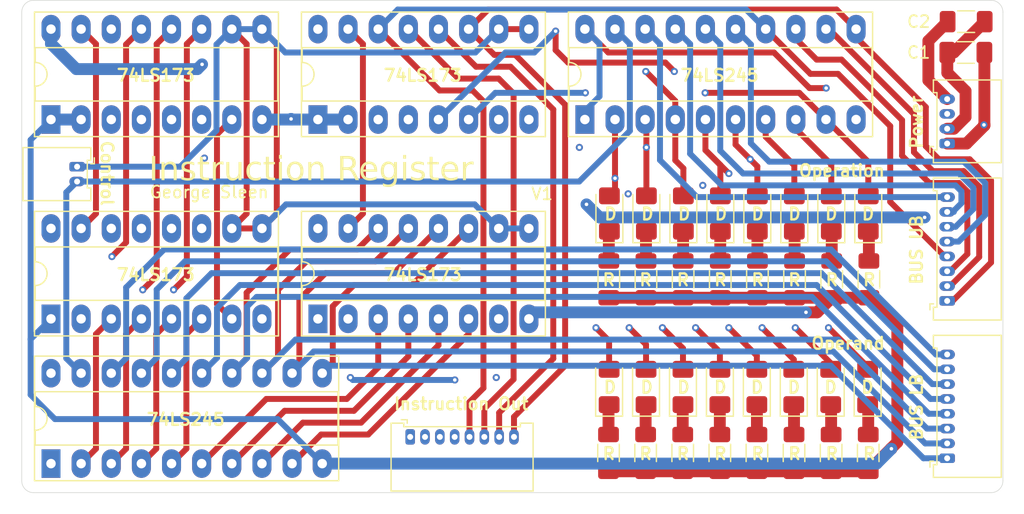
<source format=kicad_pcb>
(kicad_pcb (version 20240108) (generator "pcbnew") (generator_version "8.0")
  (layers (0 "F.Cu" signal) (1 "In1.Cu" signal) (2 "In2.Cu" signal) (31 "B.Cu" signal) (34 "B.Paste" user) (35 "F.Paste" user) (36 "B.SilkS" user "B.Silkscreen") (37 "F.SilkS" user "F.Silkscreen") (38 "B.Mask" user) (39 "F.Mask" user) (44 "Edge.Cuts" user))
  (net 0 "")
  (net 1 "Net-(D7-K)")
  (net 2 "GNDREF")
  (net 3 "Net-(D1-K)")
  (net 4 "Net-(D5-K)")
  (net 5 "Net-(D4-K)")
  (net 6 "Net-(D3-K)")
  (net 7 "Net-(D6-K)")
  (net 8 "Net-(D2-K)")
  (net 9 "Net-(D16-K)")
  (net 10 "Net-(D15-K)")
  (net 11 "Net-(D14-K)")
  (net 12 "Net-(D13-K)")
  (net 13 "Net-(D12-K)")
  (net 14 "Net-(D11-K)")
  (net 15 "Net-(D10-K)")
  (net 16 "Net-(D9-K)")
  (net 17 "Net-(D8-K)")
  (net 18 "Net-(D12-A)")
  (net 19 "/BUS D")
  (net 20 "/BUS E")
  (net 21 "/BUS F")
  (net 22 "Net-(D14-A)")
  (net 23 "VCC")
  (net 24 "Net-(D9-A)")
  (net 25 "/BUS C")
  (net 26 "Net-(D15-A)")
  (net 27 "/BUS A")
  (net 28 "/BUS 8")
  (net 29 "/~{DO}")
  (net 30 "Net-(D13-A)")
  (net 31 "Net-(D11-A)")
  (net 32 "Net-(D16-A)")
  (net 33 "/BUS 9")
  (net 34 "/BUS B")
  (net 35 "Net-(D10-A)")
  (net 36 "Net-(D2-A)")
  (net 37 "/BUS 5")
  (net 38 "/BUS 2")
  (net 39 "Net-(D6-A)")
  (net 40 "Net-(D3-A)")
  (net 41 "Net-(D7-A)")
  (net 42 "/BUS 1")
  (net 43 "Net-(D1-A)")
  (net 44 "/BUS 6")
  (net 45 "/BUS 3")
  (net 46 "/BUS 4")
  (net 47 "Net-(D8-A)")
  (net 48 "Net-(D5-A)")
  (net 49 "Net-(D4-A)")
  (net 50 "/BUS 7")
  (net 51 "/BUS 0")
  (net 52 "/CLR")
  (net 53 "/~{DI}")
  (net 54 "/CLK")
  (footprint "Connector_Molex:Molex_PicoBlade_53048-0810_1x08_P1.25mm_Horizontal" (layer "F.Cu") (at 105.939091 80.4)
    (property "Reference" "J5" (hide yes))
    (property "Value" "Instruction Out")
  )
  (footprint "Resistor_SMD:R_1206_3216Metric_Pad1.30x1.75mm_HandSolder" (layer "F.Cu") (at 125.783574 81.75 -90)
    (property "Reference" "R2" (hide yes))
    (property "Value" "220")
  )
  (footprint "LED_SMD:LED_1206_3216Metric_Pad1.42x1.75mm_HandSolder" (layer "F.Cu") (at 125.819289 76.19 90)
    (property "Reference" "D2" (hide yes))
    (property "Value" "LED")
  )
  (footprint "Resistor_SMD:R_1206_3216Metric_Pad1.30x1.75mm_HandSolder" (layer "F.Cu") (at 125.81286 67.12 -90)
    (property "Reference" "R10" (hide yes))
    (property "Value" "220")
  )
  (footprint "LED_SMD:LED_1206_3216Metric_Pad1.42x1.75mm_HandSolder" (layer "F.Cu") (at 144.551432 61.57 90)
    (property "Reference" "D16" (hide yes))
    (property "Value" "LED")
  )
  (footprint "LED_SMD:LED_1206_3216Metric_Pad1.42x1.75mm_HandSolder" (layer "F.Cu") (at 125.848574 61.57 90)
    (property "Reference" "D10" (hide yes))
    (property "Value" "LED")
  )
  (footprint "LED_SMD:LED_1206_3216Metric_Pad1.42x1.75mm_HandSolder" (layer "F.Cu") (at 135.2 61.57 90)
    (property "Reference" "D13" (hide yes))
    (property "Value" "LED")
  )
  (footprint "LED_SMD:LED_1206_3216Metric_Pad1.42x1.75mm_HandSolder" (layer "F.Cu") (at 144.496432 76.19 90)
    (property "Reference" "D8" (hide yes))
    (property "Value" "LED")
  )
  (footprint "Package_DIP:DIP-16_W7.62mm_Socket_LongPads" (layer "F.Cu") (at 75.665 70.45 90)
    (property "Reference" "U1" (hide yes))
    (property "Value" "74LS173")
  )
  (footprint "LED_SMD:LED_1206_3216Metric_Pad1.42x1.75mm_HandSolder" (layer "F.Cu") (at 128.965716 61.57 90)
    (property "Reference" "D11" (hide yes))
    (property "Value" "LED")
  )
  (footprint "Resistor_SMD:R_1206_3216Metric_Pad1.30x1.75mm_HandSolder" (layer "F.Cu") (at 138.338572 67.12 -90)
    (property "Reference" "R14" (hide yes))
    (property "Value" "220")
  )
  (footprint "Resistor_SMD:R_1206_3216Metric_Pad1.30x1.75mm_HandSolder" (layer "F.Cu") (at 132.075716 67.12 -90)
    (property "Reference" "R12" (hide yes))
    (property "Value" "220")
  )
  (footprint "LED_SMD:LED_1206_3216Metric_Pad1.42x1.75mm_HandSolder" (layer "F.Cu") (at 138.317142 61.57 90)
    (property "Reference" "D14" (hide yes))
    (property "Value" "LED")
  )
  (footprint "LED_SMD:LED_1206_3216Metric_Pad1.42x1.75mm_HandSolder" (layer "F.Cu") (at 122.706432 76.19 90)
    (property "Reference" "D1" (hide yes))
    (property "Value" "LED")
  )
  (footprint "Connector_Molex:Molex_PicoBlade_53048-0810_1x08_P1.25mm_Horizontal" (layer "F.Cu") (at 151.2 68.9375 90)
    (property "Reference" "J4" (hide yes))
    (property "Value" "BUS UB")
  )
  (footprint "Connector_Molex:Molex_PicoBlade_53048-0810_1x08_P1.25mm_Horizontal" (layer "F.Cu") (at 151.2 82.2 90)
    (property "Reference" "J3" (hide yes))
    (property "Value" "BUS LB")
  )
  (footprint "Resistor_SMD:R_1206_3216Metric_Pad1.30x1.75mm_HandSolder" (layer "F.Cu") (at 141.47 67.12 -90)
    (property "Reference" "R15" (hide yes))
    (property "Value" "220")
  )
  (footprint "Connector_Molex:Molex_PicoBlade_53048-0410_1x04_P1.25mm_Horizontal" (layer "F.Cu") (at 151.2 55.675 90)
    (property "Reference" "J1" (hide yes))
    (property "Value" "Power")
  )
  (footprint "Package_DIP:DIP-20_W7.62mm_Socket_LongPads" (layer "F.Cu") (at 120.665 53.65 90)
    (property "Reference" "U6" (hide yes))
    (property "Value" "74LS245")
  )
  (footprint "LED_SMD:LED_1206_3216Metric_Pad1.42x1.75mm_HandSolder" (layer "F.Cu") (at 141.383574 76.19 90)
    (property "Reference" "D7" (hide yes))
    (property "Value" "LED")
  )
  (footprint "Resistor_SMD:R_1206_3216Metric_Pad1.30x1.75mm_HandSolder" (layer "F.Cu") (at 135.207144 67.12 -90)
    (property "Reference" "R13" (hide yes))
    (property "Value" "220")
  )
  (footprint "Resistor_SMD:R_1206_3216Metric_Pad1.30x1.75mm_HandSolder" (layer "F.Cu") (at 128.944288 67.12 -90)
    (property "Reference" "R11" (hide yes))
    (property "Value" "220")
  )
  (footprint "Resistor_SMD:R_1206_3216Metric_Pad1.30x1.75mm_HandSolder" (layer "F.Cu") (at 144.601432 67.12 -90)
    (property "Reference" "R16" (hide yes))
    (property "Value" "220")
  )
  (footprint "Resistor_SMD:R_1206_3216Metric_Pad1.30x1.75mm_HandSolder" (layer "F.Cu") (at 144.546432 81.75 -90)
    (property "Reference" "R8" (hide yes))
    (property "Value" "220")
  )
  (footprint "Package_DIP:DIP-20_W7.62mm_Socket_LongPads" (layer "F.Cu") (at 75.665 82.65 90)
    (property "Reference" "U2" (hide yes))
    (property "Value" "74LS245")
  )
  (footprint "LED_SMD:LED_1206_3216Metric_Pad1.42x1.75mm_HandSolder" (layer "F.Cu") (at 122.731432 61.57 90)
    (property "Reference" "D9" (hide yes))
    (property "Value" "LED")
  )
  (footprint "LED_SMD:LED_1206_3216Metric_Pad1.42x1.75mm_HandSolder" (layer "F.Cu") (at 132.045003 76.19 90)
    (property "Reference" "D4" (hide yes))
    (property "Value" "LED")
  )
  (footprint "Resistor_SMD:R_1206_3216Metric_Pad1.30x1.75mm_HandSolder" (layer "F.Cu") (at 128.910716 81.75 -90)
    (property "Reference" "R3" (hide yes))
    (property "Value" "220")
  )
  (footprint "LED_SMD:LED_1206_3216Metric_Pad1.42x1.75mm_HandSolder" (layer "F.Cu") (at 141.434284 61.57 90)
    (property "Reference" "D15" (hide yes))
    (property "Value" "LED")
  )
  (footprint "Resistor_SMD:R_1206_3216Metric_Pad1.30x1.75mm_HandSolder" (layer "F.Cu") (at 122.681432 67.12 -90)
    (property "Reference" "R9" (hide yes))
    (property "Value" "220")
  )
  (footprint "Resistor_SMD:R_1206_3216Metric_Pad1.30x1.75mm_HandSolder" (layer "F.Cu") (at 122.656432 81.75 -90)
    (property "Reference" "R1" (hide yes))
    (property "Value" "220")
  )
  (footprint "Package_DIP:DIP-16_W7.62mm_Socket_LongPads" (layer "F.Cu") (at 98.165 70.45 90)
    (property "Reference" "U3" (hide yes))
    (property "Value" "74LS173")
  )
  (footprint "Resistor_SMD:R_1206_3216Metric_Pad1.30x1.75mm_HandSolder" (layer "F.Cu") (at 138.292142 81.75 -90)
    (property "Reference" "R6" (hide yes))
    (property "Value" "220")
  )
  (footprint "Resistor_SMD:R_1206_3216Metric_Pad1.30x1.75mm_HandSolder" (layer "F.Cu") (at 141.419284 81.75 -90)
    (property "Reference" "R7" (hide yes))
    (property "Value" "220")
  )
  (footprint "LED_SMD:LED_1206_3216Metric_Pad1.42x1.75mm_HandSolder" (layer "F.Cu") (at 132.082858 61.57 90)
    (property "Reference" "D12" (hide yes))
    (property "Value" "LED")
  )
  (footprint "Resistor_SMD:R_1206_3216Metric_Pad1.30x1.75mm_HandSolder" (layer "F.Cu") (at 135.165 81.75 -90)
    (property "Reference" "R5" (hide yes))
    (property "Value" "220")
  )
  (footprint "LED_SMD:LED_1206_3216Metric_Pad1.42x1.75mm_HandSolder" (layer "F.Cu") (at 138.270717 76.19 90)
    (property "Reference" "D6" (hide yes))
    (property "Value" "LED")
  )
  (footprint "Capacitor_SMD:C_1206_3216Metric_Pad1.33x1.80mm_HandSolder" (layer "F.Cu") (at 152.8 45.4)
    (property "Reference" "C2")
    (property "Value" "0.1 uF")
  )
  (footprint "LED_SMD:LED_1206_3216Metric_Pad1.42x1.75mm_HandSolder" (layer "F.Cu") (at 128.932146 76.19 90)
    (property "Reference" "D3" (hide yes))
    (property "Value" "LED")
  )
  (footprint "LED_SMD:LED_1206_3216Metric_Pad1.42x1.75mm_HandSolder" (layer "F.Cu") (at 135.15786 76.19 90)
    (property "Reference" "D5" (hide yes))
    (property "Value" "LED")
  )
  (footprint "Resistor_SMD:R_1206_3216Metric_Pad1.30x1.75mm_HandSolder" (layer "F.Cu") (at 132.037858 81.75 -90)
    (property "Reference" "R4" (hide yes))
    (property "Value" "220")
  )
  (footprint "Connector_Molex:Molex_PicoBlade_53048-0210_1x02_P1.25mm_Horizontal" (layer "F.Cu") (at 77.865 57.625 -90)
    (property "Reference" "J2" (hide yes))
    (property "Value" "Control")
  )
  (footprint "Package_DIP:DIP-16_W7.62mm_Socket_LongPads" (layer "F.Cu") (at 75.665 53.65 90)
    (property "Reference" "U4" (hide yes))
    (property "Value" "74LS173")
  )
  (footprint "Package_DIP:DIP-16_W7.62mm_Socket_LongPads" (layer "F.Cu") (at 98.165 53.65 90)
    (property "Reference" "U5" (hide yes))
    (property "Value" "74LS173")
  )
  (footprint "Capacitor_SMD:C_1206_3216Metric_Pad1.33x1.80mm_HandSolder" (layer "F.Cu") (at 152.775 48 180)
    (property "Reference" "C1")
    (property "Value" "0.1 uF")
  )
  (gr_line (start 155.9 44.6) (end 155.9 84.1) (stroke (width 0.05)) (layer "Edge.Cuts"))
  (gr_line (start 74.2 43.6) (end 154.9 43.6) (stroke (width 0.05)) (layer "Edge.Cuts"))
  (gr_arc (start 155.9 84.1) (mid 155.607107 84.807107) (end 154.9 85.1) (stroke (width 0.05)) (layer "Edge.Cuts"))
  (gr_line (start 154.9 85.1) (end 74.2 85.1) (stroke (width 0.05)) (layer "Edge.Cuts"))
  (gr_line (start 73.2 84.1) (end 73.2 44.6) (stroke (width 0.05)) (layer "Edge.Cuts"))
  (gr_arc (start 74.2 85.1) (mid 73.492893 84.807107) (end 73.2 84.1) (stroke (width 0.05)) (layer "Edge.Cuts"))
  (gr_arc (start 73.2 44.6) (mid 73.492893 43.892893) (end 74.2 43.6) (stroke (width 0.05)) (layer "Edge.Cuts"))
  (gr_arc (start 154.9 43.6) (mid 155.607107 43.892893) (end 155.9 44.6) (stroke (width 0.05)) (layer "Edge.Cuts"))
  (gr_text "D" (at 128.35 76.8 0) (layer "F.SilkS") (effects (font (size 1 1) (thickness 0.2) (bold yes)) (justify left bottom)))
  (gr_text "R" (at 128.3 67.75 0) (layer "F.SilkS") (effects (font (size 1 1) (thickness 0.2) (bold yes)) (justify left bottom)))
  (gr_text "R" (at 131.45 82.4 0) (layer "F.SilkS") (effects (font (size 1 1) (thickness 0.2) (bold yes)) (justify left bottom)))
  (gr_text "R" (at 137.7 82.4 0) (layer "F.SilkS") (effects (font (size 1 1) (thickness 0.2) (bold yes)) (justify left bottom)))
  (gr_text "D" (at 128.4 62.2 0) (layer "F.SilkS") (effects (font (size 1 1) (thickness 0.2) (bold yes)) (justify left bottom)))
  (gr_text "V1" (at 118.064689 60.5 0) (layer "F.SilkS") (effects (font (size 1 1)) (justify right bottom)))
  (gr_text "D" (at 122.2 62.2 0) (layer "F.SilkS") (effects (font (size 1 1) (thickness 0.2) (bold yes)) (justify left bottom)))
  (gr_text "D" (at 134.6 62.2 0) (layer "F.SilkS") (effects (font (size 1 1) (thickness 0.2) (bold yes)) (justify left bottom)))
  (gr_text "BUS LB" (at 149.2 80.8 90) (layer "F.SilkS") (effects (font (size 1 1) (thickness 0.2) (bold yes)) (justify left bottom)))
  (gr_text "R" (at 125.15 67.75 0) (layer "F.SilkS") (effects (font (size 1 1) (thickness 0.2) (bold yes)) (justify left bottom)))
  (gr_text "D" (at 137.7 62.2 0) (layer "F.SilkS") (effects (font (size 1 1) (thickness 0.2) (bold yes)) (justify left bottom)))
  (gr_text "R" (at 134.6 82.4 0) (layer "F.SilkS") (effects (font (size 1 1) (thickness 0.2) (bold yes)) (justify left bottom)))
  (gr_text "R" (at 122.05 67.75 0) (layer "F.SilkS") (effects (font (size 1 1) (thickness 0.2) (bold yes)) (justify left bottom)))
  (gr_text "74LS173" (at 103.603095 50.514 0) (layer "F.SilkS") (effects (font (size 1 1) (thickness 0.2) (bold yes)) (justify left bottom)))
  (gr_text "Control" (at 79.8 55.335714 270) (layer "F.SilkS") (effects (font (size 1 1) (thickness 0.2) (bold yes)) (justify left bottom)))
  (gr_text "74LS173" (at 81.103095 67.314 0) (layer "F.SilkS") (effects (font (size 1 1) (thickness 0.2) (bold yes)) (justify left bottom)))
  (gr_text "R" (at 140.85 67.75 0) (layer "F.SilkS") (effects (font (size 1 1) (thickness 0.2) (bold yes)) (justify left bottom)))
  (gr_text "74LS245" (at 83.628095 79.514 0) (layer "F.SilkS") (effects (font (size 1 1) (thickness 0.2) (bold yes)) (justify left bottom)))
  (gr_text "R" (at 144 82.4 0) (layer "F.SilkS") (effects (font (size 1 1) (thickness 0.2) (bold yes)) (justify left bottom)))
  (gr_text "D" (at 131.45 76.8 0) (layer "F.SilkS") (effects (font (size 1 1) (thickness 0.2) (bold yes)) (justify left bottom)))
  (gr_text "George Sleen" (at 83.9 60.35 0) (layer "F.SilkS") (effects (font (size 1 1)) (justify left bottom)))
  (gr_text "D" (at 125.3 62.2 0) (layer "F.SilkS") (effects (font (size 1 1) (thickness 0.2) (bold yes)) (justify left bottom)))
  (gr_text "74LS173" (at 81.103095 50.514 0) (layer "F.SilkS") (effects (font (size 1 1) (thickness 0.2) (bold yes)) (justify left bottom)))
  (gr_text "R" (at 128.3 82.4 0) (layer "F.SilkS") (effects (font (size 1 1) (thickness 0.2) (bold yes)) (justify left bottom)))
  (gr_text "Instruction Register" (at 83.9 59.1 0) (layer "F.SilkS") (effects (font (size 2 2)) (justify left bottom)))
  (gr_text "Operation" (at 138.6 58.55 0) (layer "F.SilkS") (effects (font (size 1 1) (thickness 0.2) (bold yes)) (justify left bottom)))
  (gr_text "D" (at 122.15 76.8 0) (layer "F.SilkS") (effects (font (size 1 1) (thickness 0.2) (bold yes)) (justify left bottom)))
  (gr_text "D" (at 140.75 76.8 0) (layer "F.SilkS") (effects (font (size 1 1) (thickness 0.2) (bold yes)) (justify left bottom)))
  (gr_text "D" (at 137.65 76.8 0) (layer "F.SilkS") (effects (font (size 1 1) (thickness 0.2) (bold yes)) (justify left bottom)))
  (gr_text "D" (at 134.55 76.8 0) (layer "F.SilkS") (effects (font (size 1 1) (thickness 0.2) (bold yes)) (justify left bottom)))
  (gr_text "R" (at 125.15 82.4 0) (layer "F.SilkS") (effects (font (size 1 1) (thickness 0.2) (bold yes)) (justify left bottom)))
  (gr_text "Power" (at 149.2 56.214286 90) (layer "F.SilkS") (effects (font (size 1 1) (thickness 0.2) (bold yes)) (justify left bottom)))
  (gr_text "74LS245" (at 128.628095 50.514 0) (layer "F.SilkS") (effects (font (size 1 1) (thickness 0.2) (bold yes)) (justify left bottom)))
  (gr_text "D" (at 143.85 76.8 0) (layer "F.SilkS") (effects (font (size 1 1) (thickness 0.2) (bold yes)) (justify left bottom)))
  (gr_text "Instruction Out" (at 104.471233 78.2 0) (layer "F.SilkS") (effects (font (size 1 1) (thickness 0.2) (bold yes)) (justify left bottom)))
  (gr_text "R" (at 140.85 82.4 0) (layer "F.SilkS") (effects (font (size 1 1) (thickness 0.2) (bold yes)) (justify left bottom)))
  (gr_text "BUS UB" (at 149.2 67.667262 90) (layer "F.SilkS") (effects (font (size 1 1) (thickness 0.2) (bold yes)) (justify left bottom)))
  (gr_text "R" (at 131.45 67.75 0) (layer "F.SilkS") (effects (font (size 1 1) (thickness 0.2) (bold yes)) (justify left bottom)))
  (gr_text "Operand" (at 139.65 73.1 0) (layer "F.SilkS") (effects (font (size 1 1) (thickness 0.2) (bold yes)) (justify left bottom)))
  (gr_text "D" (at 143.9 62.2 0) (layer "F.SilkS") (effects (font (size 1 1) (thickness 0.2) (bold yes)) (justify left bottom)))
  (gr_text "R" (at 144 67.75 0) (layer "F.SilkS") (effects (font (size 1 1) (thickness 0.2) (bold yes)) (justify left bottom)))
  (gr_text "D" (at 131.5 62.2 0) (layer "F.SilkS") (effects (font (size 1 1) (thickness 0.2) (bold yes)) (justify left bottom)))
  (gr_text "R" (at 137.7 67.75 0) (layer "F.SilkS") (effects (font (size 1 1) (thickness 0.2) (bold yes)) (justify left bottom)))
  (gr_text "R" (at 122.05 82.4 0) (layer "F.SilkS") (effects (font (size 1 1) (thickness 0.2) (bold yes)) (justify left bottom)))
  (gr_text "R" (at 134.6 67.75 0) (layer "F.SilkS") (effects (font (size 1 1) (thickness 0.2) (bold yes)) (justify left bottom)))
  (gr_text "D" (at 140.8 62.2 0) (layer "F.SilkS") (effects (font (size 1 1) (thickness 0.2) (bold yes)) (justify left bottom)))
  (gr_text "D" (at 125.25 76.8 0) (layer "F.SilkS") (effects (font (size 1 1) (thickness 0.2) (bold yes)) (justify left bottom)))
  (gr_text "74LS173" (at 103.603095 67.314 0) (layer "F.SilkS") (effects (font (size 1 1) (thickness 0.2) (bold yes)) (justify left bottom)))
  (segment (start 141.419284 77.71321) (end 141.383574 77.6775) (width 1) (layer "F.Cu") (net 1))
  (segment (start 141.419284 80.2) (end 141.419284 77.71321) (width 1) (layer "F.Cu") (net 1))
  (segment (start 146.5 81.4) (end 146.5 81.346432) (width 1) (layer "F.Cu") (net 2))
  (segment (start 132.075716 68.67) (end 128.944288 68.67) (width 1) (layer "F.Cu") (net 2))
  (segment (start 132.037858 83.3) (end 135.165 83.3) (width 1) (layer "F.Cu") (net 2))
  (segment (start 141.419284 83.3) (end 144.546432 83.3) (width 1) (layer "F.Cu") (net 2))
  (segment (start 139.3 69.9) (end 140.24 69.9) (width 1) (layer "F.Cu") (net 2))
  (segment (start 147 80.846432) (end 147 71.068568) (width 1) (layer "F.Cu") (net 2))
  (segment (start 135.207144 68.67) (end 132.075716 68.67) (width 1) (layer "F.Cu") (net 2))
  (segment (start 151.2125 49.7125) (end 152.75 51.25) (width 1) (layer "F.Cu") (net 2))
  (segment (start 151.7625 48) (end 154.3625 45.4) (width 1) (layer "F.Cu") (net 2))
  (segment (start 147 71.068568) (end 144.601432 68.67) (width 1) (layer "F.Cu") (net 2))
  (segment (start 146.5 81.346432) (end 147 80.846432) (width 1) (layer "F.Cu") (net 2))
  (segment (start 138.338572 68.67) (end 135.207144 68.67) (width 1) (layer "F.Cu") (net 2))
  (segment (start 135.165 83.3) (end 138.292142 83.3) (width 1) (layer "F.Cu") (net 2))
  (segment (start 151.2125 48) (end 151.7625 48) (width 1) (layer "F.Cu") (net 2))
  (segment (start 144.546432 83.3) (end 146.446432 81.4) (width 1) (layer "F.Cu") (net 2))
  (segment (start 151.755635 54.425) (end 151.2 54.425) (width 1) (layer "F.Cu") (net 2))
  (segment (start 128.910716 83.3) (end 132.037858 83.3) (width 1) (layer "F.Cu") (net 2))
  (segment (start 146.446432 81.4) (end 146.5 81.4) (width 1) (layer "F.Cu") (net 2))
  (segment (start 144.601432 68.67) (end 141.47 68.67) (width 1) (layer "F.Cu") (net 2))
  (segment (start 122.656432 83.3) (end 125.783574 83.3) (width 1) (layer "F.Cu") (net 2))
  (segment (start 140.24 69.9) (end 141.47 68.67) (width 1) (layer "F.Cu") (net 2))
  (segment (start 128.944288 68.67) (end 125.81286 68.67) (width 1) (layer "F.Cu") (net 2))
  (segment (start 138.338572 68.67) (end 141.47 68.67) (width 1) (layer "F.Cu") (net 2))
  (segment (start 125.783574 83.3) (end 128.910716 83.3) (width 1) (layer "F.Cu") (net 2))
  (segment (start 151.2125 49.7125) (end 151.2125 48) (width 1) (layer "F.Cu") (net 2))
  (segment (start 138.292142 83.3) (end 141.419284 83.3) (width 1) (layer "F.Cu") (net 2))
  (segment (start 122.681432 68.67) (end 125.81286 68.67) (width 1) (layer "F.Cu") (net 2))
  (segment (start 152.75 51.25) (end 152.75 53.430635) (width 1) (layer "F.Cu") (net 2))
  (segment (start 152.75 53.430635) (end 151.755635 54.425) (width 1) (layer "F.Cu") (net 2))
  (via (at 95.9 53.6) (size 0.6) (drill 0.3) (layers "F.Cu" "B.Cu") (net 2))
  (via (at 139.3 69.9) (size 0.6) (drill 0.3) (layers "F.Cu" "B.Cu") (net 2))
  (via (at 146.5 81.4) (size 0.6) (drill 0.3) (layers "F.Cu" "B.Cu") (net 2))
  (segment (start 116.495 69.9) (end 139.3 69.9) (width 1) (layer "B.Cu") (net 2))
  (segment (start 145.25 82.65) (end 98.525 82.65) (width 1) (layer "B.Cu") (net 2))
  (segment (start 115.945 70.45) (end 116.495 69.9) (width 1) (layer "B.Cu") (net 2))
  (segment (start 76 78.9) (end 94.775 78.9) (width 0.5) (layer "B.Cu") (net 2))
  (segment (start 75.665 70.45) (end 73.95 72.165) (width 0.5) (layer "B.Cu") (net 2))
  (segment (start 78.205 53.65) (end 75.665 53.65) (width 1) (layer "B.Cu") (net 2))
  (segment (start 95.9 53.6) (end 95.95 53.65) (width 1) (layer "B.Cu") (net 2))
  (segment (start 146.5 81.4) (end 145.25 82.65) (width 1) (layer "B.Cu") (net 2))
  (segment (start 95.85 53.65) (end 95.9 53.6) (width 1) (layer "B.Cu") (net 2))
  (segment (start 94.775 78.9) (end 98.525 82.65) (width 0.5) (layer "B.Cu") (net 2))
  (segment (start 93.445 53.65) (end 95.85 53.65) (width 1) (layer "B.Cu") (net 2))
  (segment (start 100.705 53.65) (end 98.165 53.65) (width 1) (layer "B.Cu") (net 2))
  (segment (start 73.95 55.365) (end 75.665 53.65) (width 0.5) (layer "B.Cu") (net 2))
  (segment (start 73.95 76.85) (end 76 78.9) (width 0.5) (layer "B.Cu") (net 2))
  (segment (start 73.95 72.165) (end 73.95 55.365) (width 0.5) (layer "B.Cu") (net 2))
  (segment (start 95.95 53.65) (end 98.165 53.65) (width 1) (layer "B.Cu") (net 2))
  (segment (start 73.95 72.165) (end 73.95 76.85) (width 0.5) (layer "B.Cu") (net 2))
  (segment (start 122.656432 77.7275) (end 122.706432 77.6775) (width 1) (layer "F.Cu") (net 3))
  (segment (start 122.656432 80.2) (end 122.656432 77.7275) (width 1) (layer "F.Cu") (net 3))
  (segment (start 135.165 77.68464) (end 135.15786 77.6775) (width 1) (layer "F.Cu") (net 4))
  (segment (start 135.165 80.2) (end 135.165 77.68464) (width 1) (layer "F.Cu") (net 4))
  (segment (start 132.037858 80.2) (end 132.037858 77.684645) (width 1) (layer "F.Cu") (net 5))
  (segment (start 132.037858 77.684645) (end 132.045003 77.6775) (width 1) (layer "F.Cu") (net 5))
  (segment (start 128.910716 77.69893) (end 128.932146 77.6775) (width 1) (layer "F.Cu") (net 6))
  (segment (start 128.910716 80.2) (end 128.910716 77.69893) (width 1) (layer "F.Cu") (net 6))
  (segment (start 138.292142 80.2) (end 138.292142 77.698925) (width 1) (layer "F.Cu") (net 7))
  (segment (start 138.292142 77.698925) (end 138.270717 77.6775) (width 1) (layer "F.Cu") (net 7))
  (segment (start 125.783574 77.713215) (end 125.819289 77.6775) (width 1) (layer "F.Cu") (net 8))
  (segment (start 125.783574 80.2) (end 125.783574 77.713215) (width 1) (layer "F.Cu") (net 8))
  (segment (start 144.601432 63.1075) (end 144.551432 63.0575) (width 1) (layer "F.Cu") (net 9))
  (segment (start 144.601432 65.57) (end 144.601432 63.1075) (width 1) (layer "F.Cu") (net 9))
  (segment (start 141.47 63.093216) (end 141.434284 63.0575) (width 1) (layer "F.Cu") (net 10))
  (segment (start 141.47 65.57) (end 141.47 63.093216) (width 1) (layer "F.Cu") (net 10))
  (segment (start 138.338572 63.07893) (end 138.317142 63.0575) (width 1) (layer "F.Cu") (net 11))
  (segment (start 138.338572 65.57) (end 138.338572 63.07893) (width 1) (layer "F.Cu") (net 11))
  (segment (start 135.207144 65.57) (end 135.207144 63.064644) (width 1) (layer "F.Cu") (net 12))
  (segment (start 135.207144 63.064644) (end 135.2 63.0575) (width 1) (layer "F.Cu") (net 12))
  (segment (start 132.075716 65.57) (end 132.075716 63.064642) (width 1) (layer "F.Cu") (net 13))
  (segment (start 132.075716 63.064642) (end 132.082858 63.0575) (width 1) (layer "F.Cu") (net 13))
  (segment (start 128.944288 65.57) (end 128.944288 63.078928) (width 1) (layer "F.Cu") (net 14))
  (segment (start 128.944288 63.078928) (end 128.965716 63.0575) (width 1) (layer "F.Cu") (net 14))
  (segment (start 125.81286 65.57) (end 125.81286 63.093214) (width 1) (layer "F.Cu") (net 15))
  (segment (start 125.81286 63.093214) (end 125.848574 63.0575) (width 1) (layer "F.Cu") (net 15))
  (segment (start 122.681432 63.1075) (end 122.731432 63.0575) (width 1) (layer "F.Cu") (net 16))
  (segment (start 122.681432 65.57) (end 122.681432 63.1075) (width 1) (layer "F.Cu") (net 16))
  (segment (start 144.546432 77.7275) (end 144.496432 77.6775) (width 1) (layer "F.Cu") (net 17))
  (segment (start 144.546432 80.2) (end 144.546432 77.7275) (width 1) (layer "F.Cu") (net 17))
  (segment (start 132.082858 57.482858) (end 130.825 56.225) (width 0.5) (layer "F.Cu") (net 18))
  (segment (start 130.825 56.225) (end 130.825 53.65) (width 0.5) (layer "F.Cu") (net 18))
  (segment (start 132.8 58.2) (end 130.825 56.225) (width 0.5) (layer "F.Cu") (net 18))
  (segment (start 132.082858 60.0825) (end 132.082858 57.482858) (width 0.5) (layer "F.Cu") (net 18))
  (via (at 132.8 58.2) (size 0.6) (drill 0.3) (layers "F.Cu" "B.Cu") (net 18))
  (segment (start 84.575 47.28) (end 84.575 66.825) (width 0.5) (layer "F.Cu") (net 19))
  (segment (start 84.575 66.825) (end 83.4 68) (width 0.5) (layer "F.Cu") (net 19))
  (segment (start 85.825 46.03) (end 84.575 47.28) (width 0.5) (layer "F.Cu") (net 19))
  (via (at 113.194545 75.394545) (size 0.6) (drill 0.3) (layers "F.Cu" "B.Cu") (net 19))
  (via (at 83.4 68) (size 0.6) (drill 0.3) (layers "F.Cu" "B.Cu") (net 19))
  (segment (start 132.075 47.28) (end 132.075 56.275) (width 0.5) (layer "B.Cu") (net 19))
  (segment (start 153.4 61.2) (end 151.9125 62.6875) (width 0.5) (layer "B.Cu") (net 19))
  (segment (start 152.2 58.2) (end 153.4 59.4) (width 0.5) (layer "B.Cu") (net 19))
  (segment (start 151.9125 62.6875) (end 151.2 62.6875) (width 0.5) (layer "B.Cu") (net 19))
  (segment (start 153.4 59.4) (end 153.4 61.2) (width 0.5) (layer "B.Cu") (net 19))
  (segment (start 132.075 56.275) (end 134 58.2) (width 0.5) (layer "B.Cu") (net 19))
  (segment (start 134 58.2) (end 152.2 58.2) (width 0.5) (layer "B.Cu") (net 19))
  (segment (start 130.825 46.03) (end 132.075 47.28) (width 0.5) (layer "B.Cu") (net 19))
  (segment (start 81.995 64.005) (end 80.8 65.2) (width 0.5) (layer "F.Cu") (net 20))
  (segment (start 83.285 46.03) (end 81.995 47.32) (width 0.5) (layer "F.Cu") (net 20))
  (segment (start 81.995 47.32) (end 81.995 64.005) (width 0.5) (layer "F.Cu") (net 20))
  (via (at 80.8 65.2) (size 0.6) (drill 0.3) (layers "F.Cu" "B.Cu") (net 20))
  (via (at 124.313616 59.913616) (size 0.6) (drill 0.3) (layers "F.Cu" "B.Cu") (net 20))
  (segment (start 151.6625 61.4375) (end 151.2 61.4375) (width 0.5) (layer "B.Cu") (net 20))
  (segment (start 132.2 59.2) (end 151.9 59.2) (width 0.5) (layer "B.Cu") (net 20))
  (segment (start 129.535 47.28) (end 129.535 56.535) (width 0.5) (layer "B.Cu") (net 20))
  (segment (start 129.535 56.535) (end 132.2 59.2) (width 0.5) (layer "B.Cu") (net 20))
  (segment (start 128.285 46.03) (end 129.535 47.28) (width 0.5) (layer "B.Cu") (net 20))
  (segment (start 151.9 59.2) (end 152.4 59.7) (width 0.5) (layer "B.Cu") (net 20))
  (segment (start 151.2 61.4375) (end 151.7625 61.4375) (width 0.5) (layer "B.Cu") (net 20))
  (segment (start 152.4 60.7) (end 151.6625 61.4375) (width 0.5) (layer "B.Cu") (net 20))
  (segment (start 152.4 59.7) (end 152.4 60.7) (width 0.5) (layer "B.Cu") (net 20))
  (segment (start 151.2 60.1875) (end 130.114733 60.1875) (width 0.5) (layer "B.Cu") (net 21))
  (segment (start 126.995 47.28) (end 125.745 46.03) (width 0.5) (layer "B.Cu") (net 21))
  (segment (start 130.114733 60.1875) (end 126.995 57.067767) (width 0.5) (layer "B.Cu") (net 21))
  (segment (start 126.995 57.067767) (end 126.995 47.28) (width 0.5) (layer "B.Cu") (net 21))
  (segment (start 138.317142 60.0825) (end 138.317142 57.517142) (width 0.5) (layer "F.Cu") (net 22))
  (segment (start 138.317142 57.517142) (end 135.905 55.105) (width 0.5) (layer "F.Cu") (net 22))
  (segment (start 135.905 55.105) (end 135.905 53.65) (width 0.5) (layer "F.Cu") (net 22))
  (segment (start 136.6 48) (end 139.6 51) (width 0.5) (layer "F.Cu") (net 23))
  (segment (start 154.3375 48) (end 154.3375 54.0625) (width 1) (layer "F.Cu") (net 23))
  (segment (start 154.3375 54.1375) (end 154.3 54.1) (width 1) (layer "F.Cu") (net 23))
  (segment (start 152.825 55.675) (end 154.3375 54.1625) (width 1) (layer "F.Cu") (net 23))
  (segment (start 154.3375 54.0625) (end 154.3 54.1) (width 1) (layer "F.Cu") (net 23))
  (segment (start 154.3375 54.1625) (end 154.3375 54.1375) (width 1) (layer "F.Cu") (net 23))
  (segment (start 122.635 48) (end 136.6 48) (width 0.5) (layer "F.Cu") (net 23))
  (segment (start 120.665 46.03) (end 122.635 48) (width 0.5) (layer "F.Cu") (net 23))
  (segment (start 151.2 55.675) (end 152.825 55.675) (width 1) (layer "F.Cu") (net 23))
  (segment (start 139.6 51) (end 141 51) (width 0.5) (layer "F.Cu") (net 23))
  (via (at 141 51) (size 0.6) (drill 0.3) (layers "F.Cu" "B.Cu") (net 23))
  (via (at 88.4 49) (size 0.6) (drill 0.3) (layers "F.Cu" "B.Cu") (net 23))
  (via (at 154.3 54.1) (size 0.6) (drill 0.3) (layers "F.Cu" "B.Cu") (net 23))
  (via (at 120.2 56) (size 0.6) (drill 0.3) (layers "F.Cu" "B.Cu") (net 23))
  (via (at 120.8 60.8) (size 0.6) (drill 0.3) (layers "F.Cu" "B.Cu") (net 23))
  (via (at 88.6 56.9) (size 0.6) (drill 0.3) (layers "F.Cu" "B.Cu") (net 23))
  (via (at 149.3 61.9) (size 0.6) (drill 0.3) (layers "F.Cu" "B.Cu") (net 23))
  (segment (start 121.9 51.693616) (end 120.665 52.928616) (width 0.5) (layer "B.Cu") (net 23))
  (segment (start 120.665 46.03) (end 121.9 47.265) (width 0.5) (layer "B.Cu") (net 23))
  (segment (start 88 49.4) (end 88.4 49) (width 1) (layer "B.Cu") (net 23))
  (segment (start 121.9 47.265) (end 121.9 51.693616) (width 0.5) (layer "B.Cu") (net 23))
  (segment (start 75.665 47.265) (end 75.665 46.03) (width 1) (layer "B.Cu") (net 23))
  (segment (start 77.8 49.4) (end 88 49.4) (width 1) (layer "B.Cu") (net 23))
  (segment (start 149.3 61.9) (end 121.9 61.9) (width 1) (layer "B.Cu") (net 23))
  (segment (start 120.665 52.928616) (end 120.665 53.65) (width 0.5) (layer "B.Cu") (net 23))
  (segment (start 121.9 61.9) (end 120.8 60.8) (width 1) (layer "B.Cu") (net 23))
  (segment (start 77.8 49.4) (end 75.665 47.265) (width 1) (layer "B.Cu") (net 23))
  (segment (start 123.205 59.608932) (end 122.731432 60.0825) (width 0.5) (layer "F.Cu") (net 24))
  (segment (start 123.205 58.6) (end 123.205 59.608932) (width 0.5) (layer "F.Cu") (net 24))
  (segment (start 123.205 53.65) (end 123.205 58.6) (width 0.5) (layer "F.Cu") (net 24))
  (via (at 123.205 58.6) (size 0.6) (drill 0.3) (layers "F.Cu" "B.Cu") (net 24))
  (segment (start 87.115 66.885) (end 86 68) (width 0.5) (layer "F.Cu") (net 25))
  (segment (start 88.365 46.03) (end 87.115 47.28) (width 0.5) (layer "F.Cu") (net 25))
  (segment (start 87.115 47.28) (end 87.115 66.885) (width 0.5) (layer "F.Cu") (net 25))
  (via (at 86 68) (size 0.6) (drill 0.3) (layers "F.Cu" "B.Cu") (net 25))
  (via (at 130.6 59.2) (size 0.6) (drill 0.3) (layers "F.Cu" "B.Cu") (net 25))
  (segment (start 134.655 47.32) (end 134.655 55.655) (width 0.5) (layer "B.Cu") (net 25))
  (segment (start 154.4 59) (end 154.4 61.7) (width 0.5) (layer "B.Cu") (net 25))
  (segment (start 152.6 57.2) (end 154.4 59) (width 0.5) (layer "B.Cu") (net 25))
  (segment (start 154.4 61.7) (end 152.1625 63.9375) (width 0.5) (layer "B.Cu") (net 25))
  (segment (start 136.2 57.2) (end 152.6 57.2) (width 0.5) (layer "B.Cu") (net 25))
  (segment (start 134.655 55.655) (end 136.2 57.2) (width 0.5) (layer "B.Cu") (net 25))
  (segment (start 152.1625 63.9375) (end 151.2 63.9375) (width 0.5) (layer "B.Cu") (net 25))
  (segment (start 133.365 46.03) (end 134.655 47.32) (width 0.5) (layer "B.Cu") (net 25))
  (segment (start 138.445 54.445) (end 138.445 53.65) (width 0.5) (layer "F.Cu") (net 26))
  (segment (start 119.25 48.85) (end 118.2 47.8) (width 0.5) (layer "F.Cu") (net 26))
  (segment (start 141.434284 57.434284) (end 138.445 54.445) (width 0.5) (layer "F.Cu") (net 26))
  (segment (start 127.45 48.85) (end 119.25 48.85) (width 0.5) (layer "F.Cu") (net 26))
  (segment (start 141.434284 60.0825) (end 141.434284 57.434284) (width 0.5) (layer "F.Cu") (net 26))
  (segment (start 118.2 47.8) (end 118.2 46.2) (width 0.5) (layer "F.Cu") (net 26))
  (segment (start 128.2 49.6) (end 127.45 48.85) (width 0.5) (layer "F.Cu") (net 26))
  (via (at 118.2 46.2) (size 0.6) (drill 0.3) (layers "F.Cu" "B.Cu") (net 26))
  (via (at 128.2 49.6) (size 0.6) (drill 0.3) (layers "F.Cu" "B.Cu") (net 26))
  (segment (start 113.975 48) (end 108.325 53.65) (width 0.5) (layer "B.Cu") (net 26))
  (segment (start 118.2 46.2) (end 116.4 48) (width 0.5) (layer "B.Cu") (net 26))
  (segment (start 116.4 48) (end 113.975 48) (width 0.5) (layer "B.Cu") (net 26))
  (segment (start 138.445 46.03) (end 138.445 46.845) (width 0.5) (layer "F.Cu") (net 27))
  (segment (start 149.7 59) (end 152.2 59) (width 0.5) (layer "F.Cu") (net 27))
  (segment (start 138.445 46.845) (end 140.2 48.6) (width 0.5) (layer "F.Cu") (net 27))
  (segment (start 152.2 59) (end 152.9 59.7) (width 0.5) (layer "F.Cu") (net 27))
  (segment (start 114.655 75.545) (end 114.655 51.455) (width 0.5) (layer "F.Cu") (net 27))
  (segment (start 114.655 51.455) (end 113.4 50.2) (width 0.5) (layer "F.Cu") (net 27))
  (segment (start 152.9 59.7) (end 152.9 64.9875) (width 0.5) (layer "F.Cu") (net 27))
  (segment (start 140.2 48.6) (end 142.3 48.6) (width 0.5) (layer "F.Cu") (net 27))
  (segment (start 112.189091 80.4) (end 112.189091 78.010909) (width 0.5) (layer "F.Cu") (net 27))
  (segment (start 147.4 53.7) (end 147.4 56.7) (width 0.5) (layer "F.Cu") (net 27))
  (segment (start 151.45 66.4375) (end 151.2 66.4375) (width 0.5) (layer "F.Cu") (net 27))
  (segment (start 105.83 46.03) (end 105.785 46.03) (width 0.5) (layer "F.Cu") (net 27))
  (segment (start 142.3 48.6) (end 147.4 53.7) (width 0.5) (layer "F.Cu") (net 27))
  (segment (start 152.9 64.9875) (end 151.45 66.4375) (width 0.5) (layer "F.Cu") (net 27))
  (segment (start 110 50.2) (end 105.83 46.03) (width 0.5) (layer "F.Cu") (net 27))
  (segment (start 112.189091 78.010909) (end 114.655 75.545) (width 0.5) (layer "F.Cu") (net 27))
  (segment (start 147.4 56.7) (end 149.7 59) (width 0.5) (layer "F.Cu") (net 27))
  (segment (start 113.4 50.2) (end 110 50.2) (width 0.5) (layer "F.Cu") (net 27))
  (segment (start 150.5 57) (end 153.1 57) (width 0.5) (layer "F.Cu") (net 28))
  (segment (start 119 52.4) (end 114.8 48.2) (width 0.5) (layer "F.Cu") (net 28))
  (segment (start 119 74.4) (end 119 52.4) (width 0.5) (layer "F.Cu") (net 28))
  (segment (start 114.689091 80.4) (end 114.689091 78.710909) (width 0.5) (layer "F.Cu") (net 28))
  (segment (start 143.525 46.03) (end 141.875 44.38) (width 0.5) (layer "F.Cu") (net 28))
  (segment (start 113.035 48.2) (end 110.865 46.03) (width 0.5) (layer "F.Cu") (net 28))
  (segment (start 149.4 55.9) (end 150.5 57) (width 0.5) (layer "F.Cu") (net 28))
  (segment (start 153.1 57) (end 154.9 58.8) (width 0.5) (layer "F.Cu") (net 28))
  (segment (start 114.689091 78.710909) (end 119 74.4) (width 0.5) (layer "F.Cu") (net 28))
  (segment (start 143.525 46.725) (end 149.4 52.6) (width 0.5) (layer "F.Cu") (net 28))
  (segment (start 149.4 52.6) (end 149.4 55.9) (width 0.5) (layer "F.Cu") (net 28))
  (segment (start 114.8 48.2) (end 113.035 48.2) (width 0.5) (layer "F.Cu") (net 28))
  (segment (start 143.525 46.03) (end 143.525 46.725) (width 0.5) (layer "F.Cu") (net 28))
  (segment (start 154.9 65.7) (end 151.6625 68.9375) (width 0.5) (layer "F.Cu") (net 28))
  (segment (start 112.515 44.38) (end 110.865 46.03) (width 0.5) (layer "F.Cu") (net 28))
  (segment (start 154.9 58.8) (end 154.9 65.7) (width 0.5) (layer "F.Cu") (net 28))
  (segment (start 141.875 44.38) (end 112.515 44.38) (width 0.5) (layer "F.Cu") (net 28))
  (segment (start 151.6625 68.9375) (end 151.2 68.9375) (width 0.5) (layer "F.Cu") (net 28))
  (segment (start 124.455 47.28) (end 123.205 46.03) (width 0.5) (layer "B.Cu") (net 29))
  (segment (start 77.865 58.875) (end 120.187767 58.875) (width 0.5) (layer "B.Cu") (net 29))
  (segment (start 120.187767 58.875) (end 124.455 54.607767) (width 0.5) (layer "B.Cu") (net 29))
  (segment (start 76.955 73.78) (end 78.205 75.03) (width 0.5) (layer "B.Cu") (net 29))
  (segment (start 124.455 54.607767) (end 124.455 47.28) (width 0.5) (layer "B.Cu") (net 29))
  (segment (start 77.865 58.875) (end 76.955 59.785) (width 0.5) (layer "B.Cu") (net 29))
  (segment (start 76.955 59.785) (end 76.955 73.78) (width 0.5) (layer "B.Cu") (net 29))
  (segment (start 135.2 57.6) (end 135.2 60.0825) (width 0.5) (layer "F.Cu") (net 30))
  (segment (start 134.6 57) (end 133.365 55.765) (width 0.5) (layer "F.Cu") (net 30))
  (segment (start 133.365 55.765) (end 133.365 53.65) (width 0.5) (layer "F.Cu") (net 30))
  (segment (start 134.6 57) (end 135.2 57.6) (width 0.5) (layer "F.Cu") (net 30))
  (via (at 134.6 57) (size 0.6) (drill 0.3) (layers "F.Cu" "B.Cu") (net 30))
  (segment (start 128.285 57.085) (end 128.285 53.65) (width 0.5) (layer "F.Cu") (net 31))
  (segment (start 128.965716 60.0825) (end 128.965716 57.765716) (width 0.5) (layer "F.Cu") (net 31))
  (segment (start 128.285 52.085) (end 128.285 53.65) (width 0.5) (layer "F.Cu") (net 31))
  (segment (start 125.8 49.6) (end 128.285 52.085) (width 0.5) (layer "F.Cu") (net 31))
  (segment (start 128.965716 57.765716) (end 128.285 57.085) (width 0.5) (layer "F.Cu") (net 31))
  (via (at 125.8 49.6) (size 0.6) (drill 0.3) (layers "F.Cu" "B.Cu") (net 31))
  (segment (start 144.551432 57.216432) (end 140.985 53.65) (width 0.5) (layer "F.Cu") (net 32))
  (segment (start 144.551432 60.0825) (end 144.551432 57.216432) (width 0.5) (layer "F.Cu") (net 32))
  (segment (start 138.735 51.4) (end 140.985 53.65) (width 0.5) (layer "F.Cu") (net 32))
  (segment (start 130.8 51.4) (end 138.735 51.4) (width 0.5) (layer "F.Cu") (net 32))
  (via (at 130.8 51.4) (size 0.6) (drill 0.3) (layers "F.Cu" "B.Cu") (net 32))
  (via (at 120.7 51.4) (size 0.6) (drill 0.3) (layers "F.Cu" "B.Cu") (net 32))
  (segment (start 120.7 51.4) (end 113.115 51.4) (width 0.5) (layer "B.Cu") (net 32))
  (segment (start 113.115 51.4) (end 110.865 53.65) (width 0.5) (layer "B.Cu") (net 32))
  (segment (start 148.4 56.4) (end 148.4 53.2) (width 0.5) (layer "F.Cu") (net 33))
  (segment (start 111.495 49.2) (end 108.325 46.03) (width 0.5) (layer "F.Cu") (net 33))
  (segment (start 153.9 59.3) (end 152.6 58) (width 0.5) (layer "F.Cu") (net 33))
  (segment (start 151.45 67.6875) (end 153.9 65.2375) (width 0.5) (layer "F.Cu") (net 33))
  (segment (start 153.9 65.2375) (end 153.9 59.3) (width 0.5) (layer "F.Cu") (net 33))
  (segment (start 150 58) (end 148.4 56.4) (width 0.5) (layer "F.Cu") (net 33))
  (segment (start 151.2 67.6875) (end 151.45 67.6875) (width 0.5) (layer "F.Cu") (net 33))
  (segment (start 114.4 49.2) (end 111.495 49.2) (width 0.5) (layer "F.Cu") (net 33))
  (segment (start 113.439091 78.360909) (end 118 73.8) (width 0.5) (layer "F.Cu") (net 33))
  (segment (start 141.23 46.03) (end 140.985 46.03) (width 0.5) (layer "F.Cu") (net 33))
  (segment (start 113.439091 80.4) (end 113.439091 78.360909) (width 0.5) (layer "F.Cu") (net 33))
  (segment (start 148.4 53.2) (end 141.23 46.03) (width 0.5) (layer "F.Cu") (net 33))
  (segment (start 118 52.8) (end 114.4 49.2) (width 0.5) (layer "F.Cu") (net 33))
  (segment (start 118 73.8) (end 118 52.8) (width 0.5) (layer "F.Cu") (net 33))
  (segment (start 152.6 58) (end 150 58) (width 0.5) (layer "F.Cu") (net 33))
  (segment (start 139.675 49.8) (end 135.905 46.03) (width 0.5) (layer "F.Cu") (net 34))
  (segment (start 110.939091 80.4) (end 110.939091 77.460909) (width 0.5) (layer "F.Cu") (net 34))
  (segment (start 146.4 54.2) (end 142 49.8) (width 0.5) (layer "F.Cu") (net 34))
  (segment (start 146.4 60.589582) (end 146.4 54.2) (width 0.5) (layer "F.Cu") (net 34))
  (segment (start 150.997918 65.1875) (end 146.4 60.589582) (width 0.5) (layer "F.Cu") (net 34))
  (segment (start 110.939091 77.460909) (end 112.115 76.285) (width 0.5) (layer "F.Cu") (net 34))
  (segment (start 151.2 65.1875) (end 150.997918 65.1875) (width 0.5) (layer "F.Cu") (net 34))
  (segment (start 108.415 51.2) (end 103.245 46.03) (width 0.5) (layer "F.Cu") (net 34))
  (segment (start 142 49.8) (end 139.675 49.8) (width 0.5) (layer "F.Cu") (net 34))
  (segment (start 112.115 76.285) (end 112.115 52.115) (width 0.5) (layer "F.Cu") (net 34))
  (segment (start 112.115 52.115) (end 111.2 51.2) (width 0.5) (layer "F.Cu") (net 34))
  (segment (start 111.2 51.2) (end 108.415 51.2) (width 0.5) (layer "F.Cu") (net 34))
  (segment (start 134.255 44.38) (end 104.895 44.38) (width 0.5) (layer "B.Cu") (net 34))
  (segment (start 104.895 44.38) (end 103.245 46.03) (width 0.5) (layer "B.Cu") (net 34))
  (segment (start 135.905 46.03) (end 134.255 44.38) (width 0.5) (layer "B.Cu") (net 34))
  (segment (start 125.848574 53.753574) (end 125.745 53.65) (width 0.5) (layer "F.Cu") (net 35))
  (segment (start 125.848574 56) (end 125.848574 53.753574) (width 0.5) (layer "F.Cu") (net 35))
  (segment (start 125.848574 60.0825) (end 125.848574 56) (width 0.5) (layer "F.Cu") (net 35))
  (via (at 125.848574 56) (size 0.6) (drill 0.3) (layers "F.Cu" "B.Cu") (net 35))
  (segment (start 125.819289 74.7025) (end 125.819289 72.619289) (width 0.5) (layer "F.Cu") (net 36))
  (segment (start 81.995 81.4) (end 81.995 71.74) (width 0.5) (layer "F.Cu") (net 36))
  (segment (start 125.819289 72.619289) (end 124.4 71.2) (width 0.5) (layer "F.Cu") (net 36))
  (segment (start 81.995 71.74) (end 83.285 70.45) (width 0.5) (layer "F.Cu") (net 36))
  (segment (start 80.745 82.65) (end 81.995 81.4) (width 0.5) (layer "F.Cu") (net 36))
  (via (at 124.4 71.2) (size 0.6) (drill 0.3) (layers "F.Cu" "B.Cu") (net 36))
  (segment (start 140.6 66.6) (end 149.95 75.95) (width 0.5) (layer "B.Cu") (net 37))
  (segment (start 87.075 68.725) (end 89.2 66.6) (width 0.5) (layer "B.Cu") (net 37))
  (segment (start 89.2 66.6) (end 140.6 66.6) (width 0.5) (layer "B.Cu") (net 37))
  (segment (start 85.825 75.03) (end 87.075 73.78) (width 0.5) (layer "B.Cu") (net 37))
  (segment (start 149.95 75.95) (end 151.2 75.95) (width 0.5) (layer "B.Cu") (net 37))
  (segment (start 87.075 73.78) (end 87.075 68.725) (width 0.5) (layer "B.Cu") (net 37))
  (segment (start 94.8 73.675) (end 94.8 68) (width 0.5) (layer "F.Cu") (net 38))
  (segment (start 103.015 65.6) (end 105.785 62.83) (width 0.5) (layer "F.Cu") (net 38))
  (segment (start 97.2 65.6) (end 103.015 65.6) (width 0.5) (layer "F.Cu") (net 38))
  (segment (start 94.8 68) (end 97.2 65.6) (width 0.5) (layer "F.Cu") (net 38))
  (segment (start 93.445 75.03) (end 94.8 73.675) (width 0.5) (layer "F.Cu") (net 38))
  (segment (start 151.2 79.7) (end 149.5 79.7) (width 0.5) (layer "B.Cu") (net 38))
  (segment (start 96.275 72.2) (end 93.445 75.03) (width 0.5) (layer "B.Cu") (net 38))
  (segment (start 142 72.2) (end 96.275 72.2) (width 0.5) (layer "B.Cu") (net 38))
  (segment (start 149.5 79.7) (end 142 72.2) (width 0.5) (layer "B.Cu") (net 38))
  (segment (start 101.2 78.2) (end 105.785 73.615) (width 0.5) (layer "F.Cu") (net 39))
  (segment (start 105.785 73.615) (end 105.785 70.45) (width 0.5) (layer "F.Cu") (net 39))
  (segment (start 101.2 78.2) (end 95.355 78.2) (width 0.5) (layer "F.Cu") (net 39))
  (segment (start 138.270717 74.7025) (end 138.270717 73.870717) (width 0.5) (layer "F.Cu") (net 39))
  (segment (start 95.355 78.2) (end 90.905 82.65) (width 0.5) (layer "F.Cu") (net 39))
  (segment (start 138.270717 73.870717) (end 135.6 71.2) (width 0.5) (layer "F.Cu") (net 39))
  (via (at 135.6 71.2) (size 0.6) (drill 0.3) (layers "F.Cu" "B.Cu") (net 39))
  (segment (start 84.535 71.74) (end 85.825 70.45) (width 0.5) (layer "F.Cu") (net 40))
  (segment (start 83.285 82.65) (end 84.535 81.4) (width 0.5) (layer "F.Cu") (net 40))
  (segment (start 84.535 81.4) (end 84.535 71.74) (width 0.5) (layer "F.Cu") (net 40))
  (segment (start 128.932146 74.7025) (end 128.932146 72.932146) (width 0.5) (layer "F.Cu") (net 40))
  (segment (start 128.932146 72.932146) (end 127.2 71.2) (width 0.5) (layer "F.Cu") (net 40))
  (via (at 127.2 71.2) (size 0.6) (drill 0.3) (layers "F.Cu" "B.Cu") (net 40))
  (segment (start 93.445 82.65) (end 96.895 79.2) (width 0.5) (layer "F.Cu") (net 41))
  (segment (start 141.383574 74.7025) (end 141.383574 74.183574) (width 0.5) (layer "F.Cu") (net 41))
  (segment (start 101.8 79.2) (end 108.325 72.675) (width 0.5) (layer "F.Cu") (net 41))
  (segment (start 96.895 79.2) (end 101.8 79.2) (width 0.5) (layer "F.Cu") (net 41))
  (segment (start 108.325 72.675) (end 108.325 70.45) (width 0.5) (layer "F.Cu") (net 41))
  (segment (start 141.383574 74.183574) (end 138.4 71.2) (width 0.5) (layer "F.Cu") (net 41))
  (via (at 138.4 71.2) (size 0.6) (drill 0.3) (layers "F.Cu" "B.Cu") (net 41))
  (segment (start 96.6 74.415) (end 96.6 68.8) (width 0.5) (layer "F.Cu") (net 42))
  (segment (start 95.985 75.03) (end 96.6 74.415) (width 0.5) (layer "F.Cu") (net 42))
  (segment (start 104.555 66.6) (end 108.325 62.83) (width 0.5) (layer "F.Cu") (net 42))
  (segment (start 96.6 68.8) (end 98.8 66.6) (width 0.5) (layer "F.Cu") (net 42))
  (segment (start 98.8 66.6) (end 104.555 66.6) (width 0.5) (layer "F.Cu") (net 42))
  (segment (start 97.815 73.2) (end 141.6 73.2) (width 0.5) (layer "B.Cu") (net 42))
  (segment (start 95.985 75.03) (end 97.815 73.2) (width 0.5) (layer "B.Cu") (net 42))
  (segment (start 149.35 80.95) (end 151.2 80.95) (width 0.5) (layer "B.Cu") (net 42))
  (segment (start 141.6 73.2) (end 149.35 80.95) (width 0.5) (layer "B.Cu") (net 42))
  (segment (start 122.706432 72.306432) (end 121.6 71.2) (width 0.5) (layer "F.Cu") (net 43))
  (segment (start 79.455 71.74) (end 80.745 70.45) (width 0.5) (layer "F.Cu") (net 43))
  (segment (start 79.455 81.4) (end 79.455 71.74) (width 0.5) (layer "F.Cu") (net 43))
  (segment (start 122.706432 74.7025) (end 122.706432 72.306432) (width 0.5) (layer "F.Cu") (net 43))
  (segment (start 78.205 82.65) (end 79.455 81.4) (width 0.5) (layer "F.Cu") (net 43))
  (via (at 121.6 71.2) (size 0.6) (drill 0.3) (layers "F.Cu" "B.Cu") (net 43))
  (segment (start 84.575 73.74) (end 84.575 67.978616) (width 0.5) (layer "B.Cu") (net 44))
  (segment (start 150.1 74.7) (end 151.2 74.7) (width 0.5) (layer "B.Cu") (net 44))
  (segment (start 141 65.6) (end 150.1 74.7) (width 0.5) (layer "B.Cu") (net 44))
  (segment (start 86.953616 65.6) (end 141 65.6) (width 0.5) (layer "B.Cu") (net 44))
  (segment (start 84.575 67.978616) (end 86.953616 65.6) (width 0.5) (layer "B.Cu") (net 44))
  (segment (start 83.285 75.03) (end 84.575 73.74) (width 0.5) (layer "B.Cu") (net 44))
  (segment (start 92.155 68.245) (end 95.8 64.6) (width 0.5) (layer "F.Cu") (net 45))
  (segment (start 101.475 64.6) (end 103.245 62.83) (width 0.5) (layer "F.Cu") (net 45))
  (segment (start 92.155 73.78) (end 92.155 68.245) (width 0.5) (layer "F.Cu") (net 45))
  (segment (start 95.8 64.6) (end 101.475 64.6) (width 0.5) (layer "F.Cu") (net 45))
  (segment (start 90.905 75.03) (end 92.155 73.78) (width 0.5) (layer "F.Cu") (net 45))
  (segment (start 149.65 78.45) (end 139.8 68.6) (width 0.5) (layer "B.Cu") (net 45))
  (segment (start 93 68.6) (end 92.195 69.405) (width 0.5) (layer "B.Cu") (net 45))
  (segment (start 151.2 78.45) (end 149.65 78.45) (width 0.5) (layer "B.Cu") (net 45))
  (segment (start 139.8 68.6) (end 93 68.6) (width 0.5) (layer "B.Cu") (net 45))
  (segment (start 92.195 73.74) (end 90.905 75.03) (width 0.5) (layer "B.Cu") (net 45))
  (segment (start 92.195 69.405) (end 92.195 73.74) (width 0.5) (layer "B.Cu") (net 45))
  (segment (start 88.365 75.03) (end 89.655 73.74) (width 0.5) (layer "B.Cu") (net 46))
  (segment (start 140.2 67.6) (end 149.8 77.2) (width 0.5) (layer "B.Cu") (net 46))
  (segment (start 91.587233 67.6) (end 140.2 67.6) (width 0.5) (layer "B.Cu") (net 46))
  (segment (start 89.655 73.74) (end 89.655 69.532233) (width 0.5) (layer "B.Cu") (net 46))
  (segment (start 89.655 69.532233) (end 91.587233 67.6) (width 0.5) (layer "B.Cu") (net 46))
  (segment (start 149.8 77.2) (end 151.2 77.2) (width 0.5) (layer "B.Cu") (net 46))
  (segment (start 144.496432 74.496432) (end 141.2 71.2) (width 0.5) (layer "F.Cu") (net 47))
  (segment (start 102.4 80.2) (end 110.865 71.735) (width 0.5) (layer "F.Cu") (net 47))
  (segment (start 98.435 80.2) (end 102.4 80.2) (width 0.5) (layer "F.Cu") (net 47))
  (segment (start 110.865 71.735) (end 110.865 70.45) (width 0.5) (layer "F.Cu") (net 47))
  (segment (start 144.496432 74.7025) (end 144.496432 74.496432) (width 0.5) (layer "F.Cu") (net 47))
  (segment (start 95.985 82.65) (end 98.435 80.2) (width 0.5) (layer "F.Cu") (net 47))
  (via (at 141.2 71.2) (size 0.6) (drill 0.3) (layers "F.Cu" "B.Cu") (net 47))
  (segment (start 88.365 82.65) (end 93.815 77.2) (width 0.5) (layer "F.Cu") (net 48))
  (segment (start 103.245 74.555) (end 103.245 70.45) (width 0.5) (layer "F.Cu") (net 48))
  (segment (start 93.815 77.2) (end 100.6 77.2) (width 0.5) (layer "F.Cu") (net 48))
  (segment (start 100.6 77.2) (end 103.245 74.555) (width 0.5) (layer "F.Cu") (net 48))
  (segment (start 135.15786 73.55786) (end 132.8 71.2) (width 0.5) (layer "F.Cu") (net 48))
  (segment (start 135.15786 74.7025) (end 135.15786 73.55786) (width 0.5) (layer "F.Cu") (net 48))
  (via (at 132.8 71.2) (size 0.6) (drill 0.3) (layers "F.Cu" "B.Cu") (net 48))
  (segment (start 85.825 82.65) (end 87.075 81.4) (width 0.5) (layer "F.Cu") (net 49))
  (segment (start 87.075 81.4) (end 87.075 71.74) (width 0.5) (layer "F.Cu") (net 49))
  (segment (start 132.045003 73.245003) (end 130 71.2) (width 0.5) (layer "F.Cu") (net 49))
  (segment (start 87.075 71.74) (end 88.365 70.45) (width 0.5) (layer "F.Cu") (net 49))
  (segment (start 132.045003 74.7025) (end 132.045003 73.245003) (width 0.5) (layer "F.Cu") (net 49))
  (via (at 130 71.2) (size 0.6) (drill 0.3) (layers "F.Cu" "B.Cu") (net 49))
  (segment (start 151.2 73.45) (end 150.25 73.45) (width 0.5) (layer "B.Cu") (net 50))
  (segment (start 150.25 73.45) (end 141.4 64.6) (width 0.5) (layer "B.Cu") (net 50))
  (segment (start 85.2 64.6) (end 82 67.8) (width 0.5) (layer "B.Cu") (net 50))
  (segment (start 141.4 64.6) (end 85.2 64.6) (width 0.5) (layer "B.Cu") (net 50))
  (segment (start 82 73.775) (end 80.745 75.03) (width 0.5) (layer "B.Cu") (net 50))
  (segment (start 82 67.8) (end 82 73.775) (width 0.5) (layer "B.Cu") (net 50))
  (segment (start 98.525 75.03) (end 99.415 74.14) (width 0.5) (layer "F.Cu") (net 51))
  (segment (start 106.095 67.6) (end 110.865 62.83) (width 0.5) (layer "F.Cu") (net 51))
  (segment (start 99.415 74.14) (end 99.415 69.385) (width 0.5) (layer "F.Cu") (net 51))
  (segment (start 99.415 69.385) (end 101.2 67.6) (width 0.5) (layer "F.Cu") (net 51))
  (segment (start 101.2 67.6) (end 106.095 67.6) (width 0.5) (layer "F.Cu") (net 51))
  (segment (start 149.2 82.2) (end 141.4 74.4) (width 0.5) (layer "B.Cu") (net 51))
  (segment (start 141.4 74.4) (end 99.155 74.4) (width 0.5) (layer "B.Cu") (net 51))
  (segment (start 99.155 74.4) (end 98.525 75.03) (width 0.5) (layer "B.Cu") (net 51))
  (segment (start 151.2 82.2) (end 149.2 82.2) (width 0.5) (layer "B.Cu") (net 51))
  (segment (start 151.2375 45.4) (end 149.61632 47.02118) (width 1) (layer "F.Cu") (net 52))
  (segment (start 79.455 47.28) (end 79.455 61.58) (width 0.5) (layer "F.Cu") (net 52))
  (segment (start 149.61632 50.34132) (end 151.2 51.925) (width 1) (layer "F.Cu") (net 52))
  (segment (start 101.955 61.58) (end 100.705 62.83) (width 0.5) (layer "F.Cu") (net 52))
  (segment (start 100.705 46.03) (end 101.955 47.28) (width 0.5) (layer "F.Cu") (net 52))
  (segment (start 78.205 46.03) (end 79.455 47.28) (width 0.5) (layer "F.Cu") (net 52))
  (segment (start 101.955 47.28) (end 101.955 61.58) (width 0.5) (layer "F.Cu") (net 52))
  (segment (start 149.61632 47.02118) (end 149.61632 50.34132) (width 1) (layer "F.Cu") (net 52))
  (segment (start 79.455 61.58) (end 78.205 62.83) (width 0.5) (layer "F.Cu") (net 52))
  (segment (start 92.155 61.58) (end 92.155 47.28) (width 0.5) (layer "F.Cu") (net 53))
  (segment (start 93.445 46.03) (end 94.695 47.28) (width 0.5) (layer "F.Cu") (net 53))
  (segment (start 94.695 47.28) (end 94.695 61.58) (width 0.5) (layer "F.Cu") (net 53))
  (segment (start 90.905 62.83) (end 93.445 62.83) (width 0.5) (layer "F.Cu") (net 53))
  (segment (start 92.155 47.28) (end 90.905 46.03) (width 0.5) (layer "F.Cu") (net 53))
  (segment (start 94.695 61.58) (end 93.445 62.83) (width 0.5) (layer "F.Cu") (net 53))
  (segment (start 113.405 46.03) (end 115.945 46.03) (width 0.5) (layer "F.Cu") (net 53))
  (segment (start 90.905 62.83) (end 92.155 61.58) (width 0.5) (layer "F.Cu") (net 53))
  (segment (start 90.905 46.03) (end 93.445 46.03) (width 0.5) (layer "B.Cu") (net 53))
  (segment (start 111.435 48) (end 113.405 46.03) (width 0.5) (layer "B.Cu") (net 53))
  (segment (start 77.865 57.625) (end 86.557767 57.625) (width 0.5) (layer "B.Cu") (net 53))
  (segment (start 86.557767 57.625) (end 89.615 54.567767) (width 0.5) (layer "B.Cu") (net 53))
  (segment (start 89.615 47.32) (end 90.905 46.03) (width 0.5) (layer "B.Cu") (net 53))
  (segment (start 111.375 60.8) (end 95.475 60.8) (width 0.5) (layer "B.Cu") (net 53))
  (segment (start 113.405 62.83) (end 111.375 60.8) (width 0.5) (layer "B.Cu") (net 53))
  (segment (start 95.475 60.8) (end 93.445 62.83) (width 0.5) (layer "B.Cu") (net 53))
  (segment (start 89.615 54.567767) (end 89.615 47.32) (width 0.5) (layer "B.Cu") (net 53))
  (segment (start 93.445 46.03) (end 95.415 48) (width 0.5) (layer "B.Cu") (net 53))
  (segment (start 95.415 48) (end 111.435 48) (width 0.5) (layer "B.Cu") (net 53))
  (segment (start 113.405 62.83) (end 115.945 62.83) (width 0.5) (layer "B.Cu") (net 53))
  (segment (start 90.905 70.45) (end 89.655 69.2) (width 0.5) (layer "F.Cu") (net 54))
  (segment (start 89.655 69.2) (end 89.655 54.9) (width 0.5) (layer "F.Cu") (net 54))
  (segment (start 89.655 54.9) (end 90.905 53.65) (width 0.5) (layer "F.Cu") (net 54))
  (via (at 109.7 75.6) (size 0.6) (drill 0.3) (layers "F.Cu" "B.Cu") (net 54))
  (via (at 100.9 75.4) (size 0.6) (drill 0.3) (layers "F.Cu" "B.Cu") (net 54))
  (segment (start 109.7 75.6) (end 101.1 75.6) (width 0.5) (layer "B.Cu") (net 54))
  (segment (start 101.1 75.6) (end 100.9 75.4) (width 0.5) (layer "B.Cu") (net 54))
)
</source>
